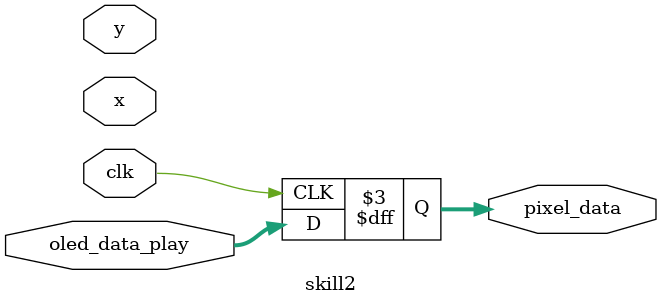
<source format=v>
`timescale 1ns / 1ps


module skill2(
    input clk,
    input [6:0] x,
    input [6:0] y,
    input [15:0] oled_data_play,
    output reg [15:0] pixel_data = 16'h0000
    );
    
    always @ (posedge clk) begin
        pixel_data <= oled_data_play;
    end
endmodule

</source>
